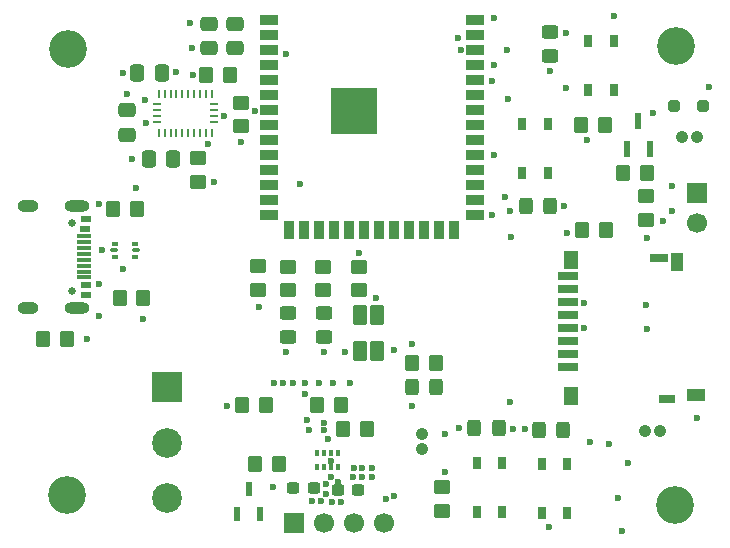
<source format=gts>
G04 #@! TF.GenerationSoftware,KiCad,Pcbnew,9.0.6*
G04 #@! TF.CreationDate,2026-02-28T15:56:05-05:00*
G04 #@! TF.ProjectId,GoldenForm_1,476f6c64-656e-4466-9f72-6d5f312e6b69,rev?*
G04 #@! TF.SameCoordinates,Original*
G04 #@! TF.FileFunction,Soldermask,Top*
G04 #@! TF.FilePolarity,Negative*
%FSLAX46Y46*%
G04 Gerber Fmt 4.6, Leading zero omitted, Abs format (unit mm)*
G04 Created by KiCad (PCBNEW 9.0.6) date 2026-02-28 15:56:05*
%MOMM*%
%LPD*%
G01*
G04 APERTURE LIST*
G04 Aperture macros list*
%AMRoundRect*
0 Rectangle with rounded corners*
0 $1 Rounding radius*
0 $2 $3 $4 $5 $6 $7 $8 $9 X,Y pos of 4 corners*
0 Add a 4 corners polygon primitive as box body*
4,1,4,$2,$3,$4,$5,$6,$7,$8,$9,$2,$3,0*
0 Add four circle primitives for the rounded corners*
1,1,$1+$1,$2,$3*
1,1,$1+$1,$4,$5*
1,1,$1+$1,$6,$7*
1,1,$1+$1,$8,$9*
0 Add four rect primitives between the rounded corners*
20,1,$1+$1,$2,$3,$4,$5,0*
20,1,$1+$1,$4,$5,$6,$7,0*
20,1,$1+$1,$6,$7,$8,$9,0*
20,1,$1+$1,$8,$9,$2,$3,0*%
G04 Aperture macros list end*
%ADD10RoundRect,0.250000X-0.325000X-0.450000X0.325000X-0.450000X0.325000X0.450000X-0.325000X0.450000X0*%
%ADD11RoundRect,0.250000X-0.450000X0.350000X-0.450000X-0.350000X0.450000X-0.350000X0.450000X0.350000X0*%
%ADD12RoundRect,0.102000X0.450000X-0.750000X0.450000X0.750000X-0.450000X0.750000X-0.450000X-0.750000X0*%
%ADD13RoundRect,0.250000X0.450000X-0.325000X0.450000X0.325000X-0.450000X0.325000X-0.450000X-0.325000X0*%
%ADD14RoundRect,0.250000X0.350000X0.450000X-0.350000X0.450000X-0.350000X-0.450000X0.350000X-0.450000X0*%
%ADD15R,0.650000X1.050000*%
%ADD16R,1.750000X0.700000*%
%ADD17R,1.300000X1.500000*%
%ADD18R,1.500000X0.800000*%
%ADD19R,1.400000X0.800000*%
%ADD20R,1.000000X1.550000*%
%ADD21R,1.550000X1.000000*%
%ADD22RoundRect,0.237500X-0.300000X-0.237500X0.300000X-0.237500X0.300000X0.237500X-0.300000X0.237500X0*%
%ADD23RoundRect,0.250000X0.325000X0.450000X-0.325000X0.450000X-0.325000X-0.450000X0.325000X-0.450000X0*%
%ADD24R,2.520000X2.520000*%
%ADD25C,2.520000*%
%ADD26RoundRect,0.250000X0.450000X-0.350000X0.450000X0.350000X-0.450000X0.350000X-0.450000X-0.350000X0*%
%ADD27C,1.066800*%
%ADD28RoundRect,0.250000X0.250000X0.250000X-0.250000X0.250000X-0.250000X-0.250000X0.250000X-0.250000X0*%
%ADD29R,0.558800X1.320800*%
%ADD30C,3.200000*%
%ADD31RoundRect,0.250000X-0.350000X-0.450000X0.350000X-0.450000X0.350000X0.450000X-0.350000X0.450000X0*%
%ADD32RoundRect,0.250000X0.337500X0.475000X-0.337500X0.475000X-0.337500X-0.475000X0.337500X-0.475000X0*%
%ADD33RoundRect,0.250000X-0.475000X0.337500X-0.475000X-0.337500X0.475000X-0.337500X0.475000X0.337500X0*%
%ADD34RoundRect,0.250000X0.475000X-0.337500X0.475000X0.337500X-0.475000X0.337500X-0.475000X-0.337500X0*%
%ADD35RoundRect,0.237500X0.300000X0.237500X-0.300000X0.237500X-0.300000X-0.237500X0.300000X-0.237500X0*%
%ADD36R,0.600000X1.250000*%
%ADD37RoundRect,0.093750X-0.156250X-0.093750X0.156250X-0.093750X0.156250X0.093750X-0.156250X0.093750X0*%
%ADD38RoundRect,0.075000X-0.250000X-0.075000X0.250000X-0.075000X0.250000X0.075000X-0.250000X0.075000X0*%
%ADD39R,1.700000X1.700000*%
%ADD40C,1.700000*%
%ADD41R,0.254000X0.675000*%
%ADD42R,0.675000X0.254000*%
%ADD43R,1.500000X0.900000*%
%ADD44R,0.900000X1.500000*%
%ADD45C,0.700000*%
%ADD46R,3.900000X3.900000*%
%ADD47R,0.304800X0.584200*%
%ADD48C,0.660400*%
%ADD49R,0.931500X0.522100*%
%ADD50R,0.937300X0.572099*%
%ADD51R,1.143000X0.304800*%
%ADD52R,0.867300X0.542100*%
%ADD53O,1.803400X0.990600*%
%ADD54O,2.108200X0.990600*%
%ADD55RoundRect,0.250000X-0.337500X-0.475000X0.337500X-0.475000X0.337500X0.475000X-0.337500X0.475000X0*%
%ADD56C,0.600000*%
G04 APERTURE END LIST*
D10*
X113175000Y-67450000D03*
X111125000Y-67450000D03*
D11*
X97000000Y-74600000D03*
X97000000Y-72600000D03*
D12*
X98500000Y-79750000D03*
X97100000Y-79750000D03*
X98500000Y-76650000D03*
X97100000Y-76650000D03*
D13*
X113150000Y-54775000D03*
X113150000Y-52725000D03*
D14*
X117800000Y-60550000D03*
X115800000Y-60550000D03*
D11*
X104000000Y-91250000D03*
X104000000Y-93250000D03*
D15*
X116400000Y-57600000D03*
X116400000Y-53450000D03*
X118550000Y-57600000D03*
X118550000Y-53450000D03*
D16*
X114703000Y-81057000D03*
X114703000Y-79957000D03*
X114703000Y-78857000D03*
X114703000Y-77757000D03*
X114703000Y-76657000D03*
X114703000Y-75557000D03*
X114703000Y-74457000D03*
X114703000Y-73357000D03*
D17*
X114928000Y-72057000D03*
X114928000Y-83507000D03*
D18*
X122428000Y-71882000D03*
D19*
X123078000Y-83832000D03*
D20*
X123928000Y-72182000D03*
D21*
X125503000Y-83432000D03*
D22*
X91425500Y-91328000D03*
X93150500Y-91328000D03*
D23*
X108825000Y-86250000D03*
X106775000Y-86250000D03*
D14*
X95488000Y-84328000D03*
X93488000Y-84328000D03*
D24*
X80772000Y-82804000D03*
D25*
X80772000Y-87504000D03*
X80772000Y-92204000D03*
D26*
X93980000Y-74602000D03*
X93980000Y-72602000D03*
D27*
X122500000Y-86500000D03*
X121250000Y-86500000D03*
D28*
X126150000Y-59000000D03*
X123650000Y-59000000D03*
D29*
X119700000Y-62600000D03*
X121605000Y-62600000D03*
X120652500Y-60212400D03*
D27*
X125624600Y-61649912D03*
X124374600Y-61649912D03*
D30*
X72280000Y-91930000D03*
D26*
X87000000Y-60690000D03*
X87000000Y-58690000D03*
D31*
X76750000Y-75250000D03*
X78750000Y-75250000D03*
D30*
X123750000Y-92750000D03*
D15*
X106971000Y-93350000D03*
X106971000Y-89200000D03*
X109121000Y-93350000D03*
X109121000Y-89200000D03*
D13*
X94030000Y-78558500D03*
X94030000Y-76508500D03*
D32*
X81287500Y-63500000D03*
X79212500Y-63500000D03*
D33*
X77400000Y-59352500D03*
X77400000Y-61427500D03*
D34*
X84300000Y-54087500D03*
X84300000Y-52012500D03*
D35*
X96950500Y-91500000D03*
X95225500Y-91500000D03*
D36*
X86700000Y-93550000D03*
X88600000Y-93550000D03*
X87650000Y-91450000D03*
D37*
X76304999Y-70670000D03*
D38*
X76229999Y-71207500D03*
D37*
X76304999Y-71745000D03*
X78004999Y-71745000D03*
D38*
X78079999Y-71207500D03*
D37*
X78004999Y-70670000D03*
D39*
X125600000Y-66325000D03*
D40*
X125600000Y-68865000D03*
D13*
X90980000Y-78558500D03*
X90980000Y-76508500D03*
D15*
X112975000Y-60475000D03*
X112975000Y-64625000D03*
X110825000Y-60475000D03*
X110825000Y-64625000D03*
D26*
X91030000Y-74602000D03*
X91030000Y-72602000D03*
D31*
X115900000Y-69450000D03*
X117900000Y-69450000D03*
D23*
X114275000Y-86375000D03*
X112225000Y-86375000D03*
D10*
X101475000Y-82782000D03*
X103525000Y-82782000D03*
D34*
X86500000Y-54087500D03*
X86500000Y-52012500D03*
D31*
X84074000Y-56388000D03*
X86074000Y-56388000D03*
D26*
X121300000Y-68600000D03*
X121300000Y-66600000D03*
D41*
X80046000Y-57937500D03*
D42*
X79908500Y-58850000D03*
X79908500Y-59350000D03*
X79908500Y-59850000D03*
X79908500Y-60350000D03*
D41*
X80046000Y-61262500D03*
X80546000Y-61262500D03*
X81046000Y-61262500D03*
X81546000Y-61262500D03*
X82046000Y-61262500D03*
X82546000Y-61262500D03*
X83046000Y-61262500D03*
X83546000Y-61262500D03*
X84046000Y-61262500D03*
X84546000Y-61262500D03*
D42*
X84683500Y-60350000D03*
X84683500Y-59850000D03*
X84683500Y-59350000D03*
X84683500Y-58850000D03*
D41*
X84546000Y-57937500D03*
X84046000Y-57937500D03*
X83546000Y-57937500D03*
X83046000Y-57937500D03*
X82546000Y-57937500D03*
X82046000Y-57937500D03*
X81546000Y-57937500D03*
X81046000Y-57937500D03*
X80546000Y-57937500D03*
D14*
X103500000Y-80750000D03*
X101500000Y-80750000D03*
D15*
X112475000Y-93475000D03*
X112475000Y-89325000D03*
X114625000Y-93475000D03*
X114625000Y-89325000D03*
D14*
X78200000Y-67700000D03*
X76200000Y-67700000D03*
D43*
X89350000Y-51680000D03*
X89350000Y-52950000D03*
X89350000Y-54220000D03*
X89350000Y-55490000D03*
X89350000Y-56760000D03*
X89350000Y-58030000D03*
X89350000Y-59300000D03*
X89350000Y-60570000D03*
X89350000Y-61840000D03*
X89350000Y-63110000D03*
X89350000Y-64380000D03*
X89350000Y-65650000D03*
X89350000Y-66920000D03*
X89350000Y-68190000D03*
D44*
X91115000Y-69440000D03*
X92385000Y-69440000D03*
X93655000Y-69440000D03*
X94925000Y-69440000D03*
X96195000Y-69440000D03*
X97465000Y-69440000D03*
X98735000Y-69440000D03*
X100005000Y-69440000D03*
X101275000Y-69440000D03*
X102545000Y-69440000D03*
X103815000Y-69440000D03*
X105085000Y-69440000D03*
D43*
X106850000Y-68190000D03*
X106850000Y-66920000D03*
X106850000Y-65650000D03*
X106850000Y-64380000D03*
X106850000Y-63110000D03*
X106850000Y-61840000D03*
X106850000Y-60570000D03*
X106850000Y-59300000D03*
X106850000Y-58030000D03*
X106850000Y-56760000D03*
X106850000Y-55490000D03*
X106850000Y-54220000D03*
X106850000Y-52950000D03*
X106850000Y-51680000D03*
D45*
X95200000Y-58700000D03*
X95200000Y-60100000D03*
X95900000Y-58000000D03*
X95900000Y-59400000D03*
X95900000Y-60800000D03*
X96600000Y-58700000D03*
D46*
X96600000Y-59400000D03*
D45*
X96600000Y-60100000D03*
X97300000Y-58000000D03*
X97300000Y-59400000D03*
X97300000Y-60800000D03*
X98000000Y-58700000D03*
X98000000Y-60100000D03*
D31*
X119350000Y-64650000D03*
X121350000Y-64650000D03*
D14*
X97688000Y-86328000D03*
X95688000Y-86328000D03*
D30*
X72360000Y-54182000D03*
D26*
X83350000Y-65400000D03*
X83350000Y-63400000D03*
D27*
X102299912Y-88000000D03*
X102299912Y-86750000D03*
D47*
X93437998Y-89572600D03*
X94038000Y-89572600D03*
X94637998Y-89572600D03*
X95238000Y-89572600D03*
X95238000Y-88328000D03*
X94637998Y-88328000D03*
X94038000Y-88328000D03*
X93437998Y-88328000D03*
D26*
X88450000Y-74550000D03*
X88450000Y-72550000D03*
D39*
X91515000Y-94300000D03*
D40*
X94055000Y-94300000D03*
X96595000Y-94300000D03*
X99135000Y-94300000D03*
D30*
X123800000Y-53900000D03*
D48*
X72660801Y-68860001D03*
X72660801Y-74639999D03*
D49*
X73850000Y-68550000D03*
D50*
X73838650Y-69356050D03*
D51*
X73735800Y-70500000D03*
X73735800Y-71500000D03*
X73735800Y-72000000D03*
X73735800Y-73000000D03*
D52*
X73873650Y-74971050D03*
X73873650Y-74171050D03*
D51*
X73735800Y-73499999D03*
X73735800Y-72500001D03*
X73735800Y-70999999D03*
X73735800Y-70000001D03*
D53*
X68980800Y-67429998D03*
D54*
X73160800Y-67429998D03*
X73160800Y-76070002D03*
D53*
X68980800Y-76070002D03*
D55*
X78212500Y-56170000D03*
X80287500Y-56170000D03*
D31*
X87100000Y-84325000D03*
X89100000Y-84325000D03*
X70250000Y-78750000D03*
X72250000Y-78750000D03*
D14*
X90208000Y-89268000D03*
X88208000Y-89268000D03*
D56*
X77040000Y-56190000D03*
X93600000Y-82400000D03*
X94000000Y-79800000D03*
X78950000Y-60400000D03*
X77800000Y-63500000D03*
X90600000Y-82400000D03*
X82670000Y-51960000D03*
X109850000Y-70100000D03*
X119750000Y-89250000D03*
X78750000Y-77000000D03*
X94600000Y-89000000D03*
X85600000Y-59850000D03*
X99250000Y-92250000D03*
X94800000Y-82400000D03*
X113150000Y-56050000D03*
X90800000Y-79800000D03*
X94400000Y-87200000D03*
X89800000Y-82400000D03*
X94000000Y-86400000D03*
X94200000Y-91000000D03*
X96200000Y-82400000D03*
X108400000Y-51550000D03*
X74950000Y-67300000D03*
X92400000Y-82400000D03*
X116020000Y-75630000D03*
X116600000Y-87425000D03*
X78120000Y-65890000D03*
X93800000Y-92400000D03*
X92600000Y-85600000D03*
X95200000Y-90800000D03*
X74000000Y-78750000D03*
X91400000Y-82400000D03*
X92800000Y-86400000D03*
X109760000Y-67840000D03*
X122700000Y-68700000D03*
X104250000Y-86750000D03*
X75254999Y-71185000D03*
X92400000Y-83400000D03*
X121330000Y-75840000D03*
X94000000Y-85800000D03*
X94600000Y-90400000D03*
X125600000Y-85400000D03*
X75000000Y-76750000D03*
X100000000Y-92000000D03*
X94750000Y-92500000D03*
X110000000Y-86300000D03*
X78900000Y-58500000D03*
X101500000Y-84350000D03*
X93000000Y-92400000D03*
X95500000Y-92500000D03*
X89750000Y-91250000D03*
X121900000Y-59600000D03*
X118550000Y-51400000D03*
X94200000Y-91800000D03*
X109650000Y-58400000D03*
X121400000Y-70200000D03*
X108400000Y-63100000D03*
X100000000Y-79600000D03*
X105600000Y-54200000D03*
X84200000Y-62200000D03*
X88200000Y-59400000D03*
X92000000Y-65600000D03*
X98400000Y-75200000D03*
X95800000Y-79800000D03*
X105400000Y-53200000D03*
X123500000Y-67900000D03*
X108250000Y-56900000D03*
X123500000Y-65750000D03*
X108450000Y-55550000D03*
X114400000Y-67450000D03*
X108300000Y-68200000D03*
X90800000Y-54600000D03*
X114500000Y-52800000D03*
X114500000Y-57450000D03*
X111050000Y-86300000D03*
X105500000Y-86250000D03*
X119250000Y-95000000D03*
X113100000Y-94600000D03*
X77000000Y-72750000D03*
X75000000Y-74050000D03*
X109800000Y-84050000D03*
X118200000Y-87600000D03*
X84750000Y-65400000D03*
X97000000Y-71450000D03*
X81500000Y-56140000D03*
X96525000Y-90400000D03*
X98125000Y-89600000D03*
X82830000Y-54070000D03*
X116300000Y-61900000D03*
X88500000Y-76000000D03*
X82940000Y-56390000D03*
X85800000Y-84350000D03*
X126650000Y-57400000D03*
X121410000Y-77870000D03*
X109354559Y-66660639D03*
X87000000Y-62050000D03*
X97275000Y-89600000D03*
X97250000Y-90400000D03*
X114600000Y-69700000D03*
X96550000Y-89600000D03*
X98125000Y-90375000D03*
X109500000Y-54250000D03*
X77400000Y-58000000D03*
X104250000Y-90000000D03*
X101500000Y-79150000D03*
X118925000Y-92175000D03*
X116050000Y-77810000D03*
M02*

</source>
